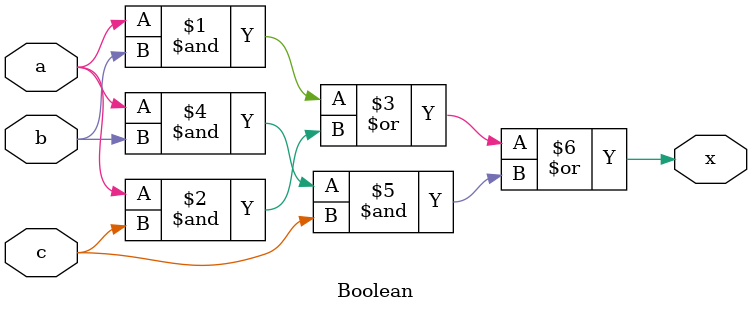
<source format=v>
module Boolean (x,a,b,c);
    input  a,b,c;
    output x;

    assign x= a&b | a&c | a&b&c ;

endmodule 
</source>
